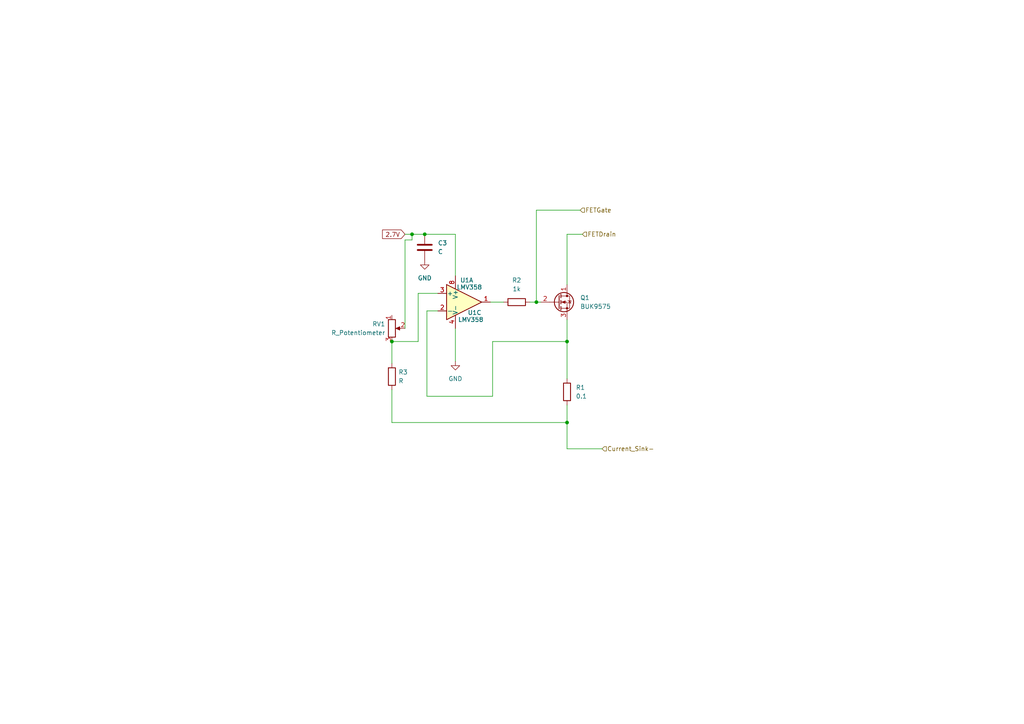
<source format=kicad_sch>
(kicad_sch (version 20230121) (generator eeschema)
  (paper "A4")
  (lib_symbols
    (symbol "Amplifier_Operational:LMV358" (pin_names (offset 0.127))
      (property "Reference" "U" (at 0 5.08 0))
      (property "Value" "LMV358" (at 0 -5.08 0))
      (symbol "LMV358_1_1"
        (polyline (pts (xy -5.08 5.08) (xy 5.08 0) (xy -5.08 -5.08) (xy -5.08 5.08)) (stroke (width 0.254)) (fill (type background)))
        (pin output line (at 7.62 0 180) (length 2.54) (name "~") (number "1"))
        (pin input line (at -7.62 -2.54 0) (length 2.54) (name "-") (number "2"))
        (pin input line (at -7.62 2.54 0) (length 2.54) (name "+") (number "3"))
      )
      (symbol "LMV358_2_1"
        (polyline (pts (xy -5.08 5.08) (xy 5.08 0) (xy -5.08 -5.08) (xy -5.08 5.08)) (stroke (width 0.254)) (fill (type background)))
        (pin input line (at -7.62 2.54 0) (length 2.54) (name "+") (number "5"))
        (pin input line (at -7.62 -2.54 0) (length 2.54) (name "-") (number "6"))
        (pin output line (at 7.62 0 180) (length 2.54) (name "~") (number "7"))
      )
      (symbol "LMV358_3_1"
        (pin power_in line (at -2.54 -7.62 90) (length 3.81) (name "V-") (number "4"))
        (pin power_in line (at -2.54 7.62 270) (length 3.81) (name "V+") (number "8"))
      )
    )
    (symbol "Device:C" (pin_numbers hide) (pin_names (offset 0.254))
      (property "Reference" "C" (at 0.635 2.54 0))
      (property "Value" "C" (at 0.635 -2.54 0))
      (symbol "C_0_1"
        (polyline (pts (xy -2.032 -0.762) (xy 2.032 -0.762)) (stroke (width 0.508)))
        (polyline (pts (xy -2.032 0.762) (xy 2.032 0.762)) (stroke (width 0.508)))
      )
      (symbol "C_1_1"
        (pin passive line (at 0 3.81 270) (length 2.794) (name "~") (number "1"))
        (pin passive line (at 0 -3.81 90) (length 2.794) (name "~") (number "2"))
      )
    )
    (symbol "Device:Q_NMOS_DGS" (pin_names (offset 0) hide)
      (property "Reference" "Q" (at 5.08 1.27 0))
      (property "Value" "Q_NMOS_DGS" (at 5.08 -1.27 0))
      (symbol "Q_NMOS_DGS_0_1"
        (polyline (pts (xy 0.254 0) (xy -2.54 0)))
        (polyline (pts (xy 0.254 1.905) (xy 0.254 -1.905)) (stroke (width 0.254)))
        (polyline (pts (xy 0.762 -1.27) (xy 0.762 -2.286)) (stroke (width 0.254)))
        (polyline (pts (xy 0.762 0.508) (xy 0.762 -0.508)) (stroke (width 0.254)))
        (polyline (pts (xy 0.762 2.286) (xy 0.762 1.27)) (stroke (width 0.254)))
        (polyline (pts (xy 2.54 2.54) (xy 2.54 1.778)))
        (polyline (pts (xy 2.54 -2.54) (xy 2.54 0) (xy 0.762 0)))
        (polyline (pts (xy 0.762 -1.778) (xy 3.302 -1.778) (xy 3.302 1.778) (xy 0.762 1.778)))
        (polyline (pts (xy 1.016 0) (xy 2.032 0.381) (xy 2.032 -0.381) (xy 1.016 0)) (fill (type outline)))
        (polyline (pts (xy 2.794 0.508) (xy 2.921 0.381) (xy 3.683 0.381) (xy 3.81 0.254)))
        (polyline (pts (xy 3.302 0.381) (xy 2.921 -0.254) (xy 3.683 -0.254) (xy 3.302 0.381)))
        (circle (center 1.651 0) (radius 2.794) (stroke (width 0.254)))
        (circle (center 2.54 -1.778) (radius 0.254) (fill (type outline)))
        (circle (center 2.54 1.778) (radius 0.254) (fill (type outline)))
      )
      (symbol "Q_NMOS_DGS_1_1"
        (pin passive line (at 2.54 5.08 270) (length 2.54) (name "D") (number "1"))
        (pin input line (at -5.08 0 0) (length 2.54) (name "G") (number "2"))
        (pin passive line (at 2.54 -5.08 90) (length 2.54) (name "S") (number "3"))
      )
    )
    (symbol "Device:R" (pin_numbers hide) (pin_names (offset 0))
      (property "Reference" "R" (at 2.032 0 90))
      (property "Value" "R" (at 0 0 90))
      (symbol "R_0_1"
        (rectangle (start -1.016 -2.54) (end 1.016 2.54) (stroke (width 0.254)))
      )
      (symbol "R_1_1"
        (pin passive line (at 0 3.81 270) (length 1.27) (name "~") (number "1"))
        (pin passive line (at 0 -3.81 90) (length 1.27) (name "~") (number "2"))
      )
    )
    (symbol "Device:R_Potentiometer" (pin_names (offset 1.016) hide)
      (property "Reference" "RV" (at -4.445 0 90))
      (property "Value" "R_Potentiometer" (at -2.54 0 90))
      (symbol "R_Potentiometer_0_1"
        (polyline (pts (xy 2.54 0) (xy 1.524 0)))
        (polyline (pts (xy 1.143 0) (xy 2.286 0.508) (xy 2.286 -0.508) (xy 1.143 0)) (fill (type outline)))
        (rectangle (start 1.016 2.54) (end -1.016 -2.54) (stroke (width 0.254)))
      )
      (symbol "R_Potentiometer_1_1"
        (pin passive line (at 0 3.81 270) (length 1.27) (name "1") (number "1"))
        (pin passive line (at 3.81 0 180) (length 1.27) (name "2") (number "2"))
        (pin passive line (at 0 -3.81 90) (length 1.27) (name "3") (number "3"))
      )
    )
    (symbol "power:GND" (power) (pin_names (offset 0))
      (property "Value" "GND" (at 0 -3.81 0))
      (symbol "GND_0_1"
        (polyline (pts (xy 0 0) (xy 0 -1.27) (xy 1.27 -1.27) (xy 0 -2.54) (xy -1.27 -1.27) (xy 0 -1.27)))
      )
      (symbol "GND_1_1"
        (pin power_in line (at 0 0 270) (length 0) hide (name "GND") (number "1"))
      )
    )
  )
  (junction (at 119.507 67.945))
  (junction (at 155.575 87.63))
  (junction (at 113.665 99.06))
  (junction (at 164.465 122.555))
  (junction (at 164.465 99.06))
  (junction (at 123.19 67.945))
  (wire (pts (xy 153.67 87.63) (xy 155.575 87.63)))
  (wire (pts (xy 164.465 122.555) (xy 164.465 130.175)))
  (wire (pts (xy 121.285 99.06) (xy 121.285 85.09)))
  (wire (pts (xy 113.665 122.555) (xy 164.465 122.555)))
  (wire (pts (xy 127 90.17) (xy 123.825 90.17)))
  (wire (pts (xy 142.875 114.935) (xy 142.875 99.06)))
  (wire (pts (xy 142.875 99.06) (xy 164.465 99.06)))
  (wire (pts (xy 164.465 117.475) (xy 164.465 122.555)))
  (wire (pts (xy 123.825 90.17) (xy 123.825 114.935)))
  (wire (pts (xy 117.475 67.945) (xy 119.507 67.945)))
  (wire (pts (xy 123.19 67.945) (xy 132.08 67.945)))
  (wire (pts (xy 155.575 60.96) (xy 168.275 60.96)))
  (wire (pts (xy 117.475 69.596) (xy 119.507 69.596)))
  (wire (pts (xy 119.507 67.945) (xy 123.19 67.945)))
  (wire (pts (xy 164.465 67.945) (xy 168.91 67.945)))
  (wire (pts (xy 164.465 99.06) (xy 164.465 109.855)))
  (wire (pts (xy 155.575 87.63) (xy 155.575 60.96)))
  (wire (pts (xy 113.665 113.03) (xy 113.665 122.555)))
  (wire (pts (xy 164.465 130.175) (xy 174.625 130.175)))
  (wire (pts (xy 142.24 87.63) (xy 146.05 87.63)))
  (wire (pts (xy 164.465 67.945) (xy 164.465 82.55)))
  (wire (pts (xy 132.08 67.945) (xy 132.08 80.01)))
  (wire (pts (xy 121.285 85.09) (xy 127 85.09)))
  (wire (pts (xy 117.475 95.25) (xy 117.475 69.596)))
  (wire (pts (xy 113.665 99.06) (xy 121.285 99.06)))
  (wire (pts (xy 155.575 87.63) (xy 156.845 87.63)))
  (wire (pts (xy 123.825 114.935) (xy 142.875 114.935)))
  (wire (pts (xy 164.465 92.71) (xy 164.465 99.06)))
  (wire (pts (xy 113.665 99.06) (xy 113.665 105.41)))
  (wire (pts (xy 132.08 95.25) (xy 132.08 104.775)))
  (wire (pts (xy 119.507 69.596) (xy 119.507 67.945)))
  (global_label "2.7V" (shape input) (at 117.475 67.945 180) (property "Intersheetrefs" "${INTERSHEET_REFS}" (effects hide)))
  (hierarchical_label "FETDrain" (shape input) (at 168.91 67.945 0))
  (hierarchical_label "FETGate" (shape input) (at 168.275 60.96 0))
  (hierarchical_label "Current_Sink-" (shape input) (at 174.625 130.175 0))
  (symbol (lib_id "Device:R") (at 113.665 109.22 0) (unit 1)
    (property "Reference" "R3" (at 115.57 107.95 0) (effects (justify left)))
    (property "Value" "R" (at 115.57 110.49 0) (effects (justify left)))
    (property "Footprint" "Resistor_SMD:R_0805_2012Metric_Pad1.20x1.40mm_HandSolder" (effects hide))
    (instances (project "current_sink_swim" (path "" (reference "R3") (unit 1)) (path "" (reference "R1") (unit 1))))
  )
  (symbol (lib_id "Device:R") (at 164.465 113.665 0) (unit 1)
    (property "Reference" "R1" (at 167.005 112.395 0) (effects (justify left)))
    (property "Value" "0.1" (at 167.005 114.935 0) (effects (justify left)))
    (property "Footprint" "Resistor_THT:R_Axial_DIN0309_L9.0mm_D3.2mm_P12.70mm_Horizontal" (effects hide))
    (property "MPN" "AC01000001007JA100" (effects hide))
    (instances (project "current_sink_swim" (path "" (reference "R1") (unit 1)) (path "" (reference "R3") (unit 1))))
  )
  (symbol (lib_id "Device:R") (at 149.86 87.63 90) (unit 1)
    (property "Reference" "R2" (at 149.86 81.28 90))
    (property "Value" "1k" (at 149.86 83.82 90))
    (property "Footprint" "Resistor_SMD:R_0805_2012Metric_Pad1.20x1.40mm_HandSolder" (effects hide))
  )
  (symbol (lib_id "Amplifier_Operational:LMV358") (at 134.62 87.63 0) (unit 3)
    (property "Reference" "U1" (at 135.636 90.678 0) (effects (justify left)))
    (property "Value" "LMV358" (at 132.842 92.71 0) (effects (justify left)))
    (property "Footprint" "Package_SO:SOIC-8_3.9x4.9mm_P1.27mm" (effects hide))
    (property "Datasheet" "https://www.st.com/content/ccc/resource/technical/document/datasheet/b9/d8/3b/8f/a1/8f/46/01/CD00079372.pdf/files/CD00079372.pdf/jcr:content/translations/en.CD00079372.pdf" (effects hide))
    (property "MPN" "LMV358IDT" (effects hide))
  )
  (symbol (lib_id "Amplifier_Operational:LMV358") (at 134.62 87.63 0) (unit 1)
    (property "Reference" "U1" (at 135.382 81.28 0))
    (property "Value" "LMV358" (at 136.144 83.312 0))
    (property "Footprint" "Package_SO:SOIC-8_3.9x4.9mm_P1.27mm" (effects hide))
    (property "Datasheet" "https://www.st.com/content/ccc/resource/technical/document/datasheet/b9/d8/3b/8f/a1/8f/46/01/CD00079372.pdf/files/CD00079372.pdf/jcr:content/translations/en.CD00079372.pdf" (effects hide))
    (property "MPN" "LMV358IDT" (effects hide))
  )
  (symbol (lib_id "Device:Q_NMOS_DGS") (at 161.925 87.63 0) (unit 1)
    (property "Reference" "Q1" (at 168.275 86.36 0) (effects (justify left)))
    (property "Value" "BUK9575" (at 168.275 88.9 0) (effects (justify left)))
    (property "Footprint" "Package_TO_SOT_THT:TO-220-5_P3.4x3.7mm_StaggerEven_Lead3.8mm_Vertical" (effects hide))
    (property "MPN" "BUK9575-100A, 127" (effects hide))
  )
  (symbol (lib_id "Device:C") (at 123.19 71.755 0) (unit 1)
    (property "Reference" "C3" (at 127 70.485 0) (effects (justify left)))
    (property "Value" "C" (at 127 73.025 0) (effects (justify left)))
    (property "Footprint" "Capacitor_SMD:C_0805_2012Metric_Pad1.18x1.45mm_HandSolder" (effects hide))
    (instances (project "current_sink_swim" (path "" (reference "C3") (unit 1)) (path "" (reference "C1") (unit 1))))
  )
  (symbol (lib_id "power:GND") (at 123.19 75.565 0) (unit 1)
    (property "Reference" "#PWR05" (effects hide))
    (property "Value" "GND" (at 123.19 80.645 0))
    (instances (project "current_sink_swim" (path "" (reference "#PWR05") (unit 1)) (path "" (reference "#PWR04") (unit 1))))
  )
  (symbol (lib_id "Device:R_Potentiometer") (at 113.665 95.25 0) (unit 1)
    (property "Reference" "RV1" (at 111.76 93.98 0) (effects (justify right)))
    (property "Value" "R_Potentiometer" (at 111.76 96.52 0) (effects (justify right)))
    (property "Footprint" "Package_TO_SOT_THT:TO-220-3_Vertical" (effects hide))
  )
  (symbol (lib_id "power:GND") (at 132.08 104.775 0) (unit 1)
    (property "Reference" "#PWR02" (effects hide))
    (property "Value" "GND" (at 132.08 109.855 0))
    (instances (project "current_sink_swim" (path "" (reference "#PWR02") (unit 1)) (path "" (reference "#PWR05") (unit 1))))
  )
)
</source>
